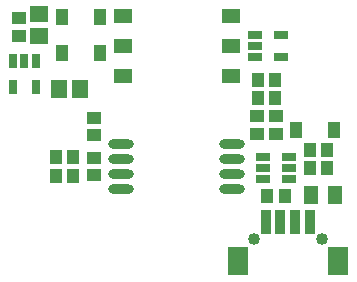
<source format=gbr>
G04 #@! TF.GenerationSoftware,KiCad,Pcbnew,6.0.0-rc1-unknown-5edf350~66~ubuntu18.10.1*
G04 #@! TF.CreationDate,2019-02-07T09:47:30-05:00
G04 #@! TF.ProjectId,current_sensor,63757272-656e-4745-9f73-656e736f722e,rev?*
G04 #@! TF.SameCoordinates,Original*
G04 #@! TF.FileFunction,Soldermask,Top*
G04 #@! TF.FilePolarity,Negative*
%FSLAX46Y46*%
G04 Gerber Fmt 4.6, Leading zero omitted, Abs format (unit mm)*
G04 Created by KiCad (PCBNEW 6.0.0-rc1-unknown-5edf350~66~ubuntu18.10.1) date 2019-02-07 09:47:30*
%MOMM*%
%LPD*%
G04 APERTURE LIST*
%ADD10R,1.100000X1.400000*%
%ADD11R,1.050000X1.200000*%
%ADD12R,1.150000X1.650000*%
%ADD13R,1.100000X1.150000*%
%ADD14C,1.020000*%
%ADD15R,0.900000X2.000000*%
%ADD16R,1.800000X2.400000*%
%ADD17R,1.300000X0.800000*%
%ADD18R,1.500000X1.300000*%
%ADD19R,1.150000X1.100000*%
%ADD20R,1.650000X1.350000*%
%ADD21R,1.350000X1.650000*%
%ADD22O,2.150000X0.800000*%
%ADD23R,0.800000X1.300000*%
G04 APERTURE END LIST*
D10*
X150500000Y-76900000D03*
X147300000Y-76900000D03*
D11*
X166150000Y-89000000D03*
X164650000Y-89000000D03*
D12*
X168400000Y-88900000D03*
X170400000Y-88900000D03*
D10*
X167100000Y-83400000D03*
X170300000Y-83400000D03*
D13*
X169750000Y-86600000D03*
X168250000Y-86600000D03*
D14*
X163500000Y-92590000D03*
X169300000Y-92590000D03*
D15*
X164525000Y-91200000D03*
X165775000Y-91200000D03*
X167025000Y-91200000D03*
X168275000Y-91200000D03*
D16*
X162175000Y-94500000D03*
X170625000Y-94500000D03*
D17*
X164300000Y-85650000D03*
X164300000Y-87550000D03*
X164300000Y-86600000D03*
X166500000Y-87550000D03*
X166500000Y-85650000D03*
X166500000Y-86600000D03*
D18*
X161570000Y-78840000D03*
X161570000Y-76300000D03*
X161570000Y-73760000D03*
X152430000Y-73760000D03*
X152430000Y-76300000D03*
X152430000Y-78840000D03*
D19*
X163800000Y-82250000D03*
X163800000Y-83750000D03*
X150000000Y-83850000D03*
X150000000Y-82350000D03*
X150000000Y-87250000D03*
X150000000Y-85750000D03*
X143600000Y-75450000D03*
X143600000Y-73950000D03*
D13*
X163850000Y-80700000D03*
X165350000Y-80700000D03*
X165350000Y-79200000D03*
X163850000Y-79200000D03*
D19*
X165400000Y-82250000D03*
X165400000Y-83750000D03*
D20*
X145300000Y-73600000D03*
X145300000Y-75400000D03*
D21*
X147000000Y-79900000D03*
X148800000Y-79900000D03*
D11*
X168250000Y-85100000D03*
X169750000Y-85100000D03*
X148250000Y-87300000D03*
X146750000Y-87300000D03*
X148250000Y-85700000D03*
X146750000Y-85700000D03*
D22*
X152300000Y-84595000D03*
X152300000Y-85865000D03*
X152300000Y-87135000D03*
X152300000Y-88405000D03*
X161700000Y-88405000D03*
X161700000Y-87135000D03*
X161700000Y-85865000D03*
X161700000Y-84595000D03*
D10*
X147300000Y-73800000D03*
X150500000Y-73800000D03*
D23*
X145050000Y-79800000D03*
X143150000Y-79800000D03*
X144100000Y-77600000D03*
X143150000Y-77600000D03*
X145050000Y-77600000D03*
D17*
X163600000Y-75350000D03*
X163600000Y-77250000D03*
X163600000Y-76300000D03*
X165800000Y-77250000D03*
X165800000Y-75350000D03*
M02*

</source>
